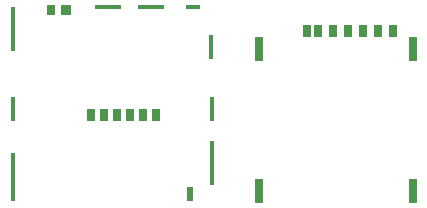
<source format=gbr>
G04*
G04 #@! TF.GenerationSoftware,Altium Limited,Altium Designer,24.9.1 (31)*
G04*
G04 Layer_Color=128*
%FSLAX44Y44*%
%MOMM*%
G71*
G04*
G04 #@! TF.SameCoordinates,58564934-83CB-4443-A129-65336E2EC8F8*
G04*
G04*
G04 #@! TF.FilePolarity,Positive*
G04*
G01*
G75*
%ADD221R,0.8000X1.1400*%
%ADD222R,0.7000X2.1000*%
%ADD223R,0.5500X1.3000*%
%ADD224R,0.4500X3.8000*%
%ADD225R,0.4000X2.1000*%
%ADD226R,1.3000X0.4000*%
%ADD227R,2.2000X0.4000*%
%ADD228R,0.9000X0.9500*%
%ADD229R,0.8000X0.9500*%
%ADD230R,0.4500X2.1000*%
%ADD231R,0.4500X4.1000*%
%ADD232R,0.7000X1.0000*%
D221*
X1393260Y166228D02*
D03*
X1380560D02*
D03*
X1367860D02*
D03*
X1355160D02*
D03*
X1342460D02*
D03*
X1329760D02*
D03*
X1320260D02*
D03*
D222*
X1409960Y151428D02*
D03*
X1279960D02*
D03*
Y31428D02*
D03*
X1409960D02*
D03*
D223*
X1221708Y28750D02*
D03*
D224*
X1239908Y54650D02*
D03*
X1071408Y168350D02*
D03*
D225*
X1239608Y153250D02*
D03*
D226*
X1224358Y186750D02*
D03*
D227*
X1188658D02*
D03*
X1151658D02*
D03*
D228*
X1116758Y184000D02*
D03*
D229*
X1103358D02*
D03*
D230*
X1239908Y100250D02*
D03*
X1071408Y100600D02*
D03*
D231*
Y42750D02*
D03*
D232*
X1192608Y95250D02*
D03*
X1181608D02*
D03*
X1170608D02*
D03*
X1159608D02*
D03*
X1148608D02*
D03*
X1137608D02*
D03*
M02*

</source>
